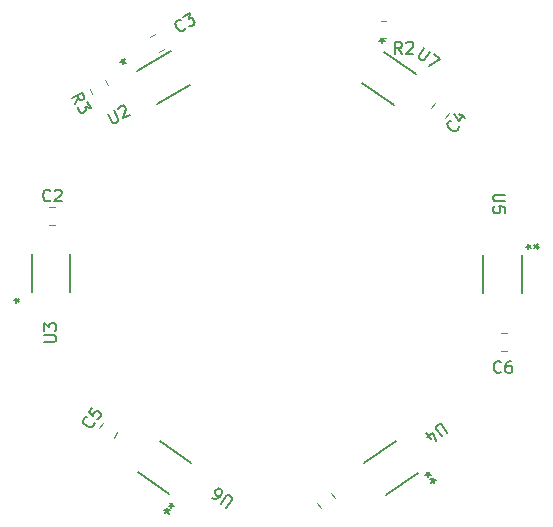
<source format=gbr>
%TF.GenerationSoftware,KiCad,Pcbnew,7.0.10*%
%TF.CreationDate,2024-07-16T17:41:30-07:00*%
%TF.ProjectId,Thermistor Ring,54686572-6d69-4737-946f-722052696e67,rev?*%
%TF.SameCoordinates,Original*%
%TF.FileFunction,Legend,Top*%
%TF.FilePolarity,Positive*%
%FSLAX46Y46*%
G04 Gerber Fmt 4.6, Leading zero omitted, Abs format (unit mm)*
G04 Created by KiCad (PCBNEW 7.0.10) date 2024-07-16 17:41:30*
%MOMM*%
%LPD*%
G01*
G04 APERTURE LIST*
%ADD10C,0.150000*%
%ADD11C,0.152400*%
%ADD12C,0.120000*%
G04 APERTURE END LIST*
D10*
X69461412Y-76808596D02*
X69925736Y-76145473D01*
X69925736Y-76145473D02*
X69941355Y-76040145D01*
X69941355Y-76040145D02*
X69929661Y-75973825D01*
X69929661Y-75973825D02*
X69878960Y-75880192D01*
X69878960Y-75880192D02*
X69722931Y-75770939D01*
X69722931Y-75770939D02*
X69617603Y-75755320D01*
X69617603Y-75755320D02*
X69551283Y-75767014D01*
X69551283Y-75767014D02*
X69457649Y-75817715D01*
X69457649Y-75817715D02*
X68993326Y-76480838D01*
X68252188Y-75961888D02*
X68408217Y-76071141D01*
X68408217Y-76071141D02*
X68513545Y-76086760D01*
X68513545Y-76086760D02*
X68579865Y-76075066D01*
X68579865Y-76075066D02*
X68739819Y-76012670D01*
X68739819Y-76012670D02*
X68888079Y-75883955D01*
X68888079Y-75883955D02*
X69106584Y-75571897D01*
X69106584Y-75571897D02*
X69122203Y-75466569D01*
X69122203Y-75466569D02*
X69110509Y-75400249D01*
X69110509Y-75400249D02*
X69059808Y-75306615D01*
X69059808Y-75306615D02*
X68903779Y-75197362D01*
X68903779Y-75197362D02*
X68798451Y-75181743D01*
X68798451Y-75181743D02*
X68732131Y-75193437D01*
X68732131Y-75193437D02*
X68638497Y-75244139D01*
X68638497Y-75244139D02*
X68501931Y-75439175D01*
X68501931Y-75439175D02*
X68486312Y-75544503D01*
X68486312Y-75544503D02*
X68498006Y-75610823D01*
X68498006Y-75610823D02*
X68548708Y-75704457D01*
X68548708Y-75704457D02*
X68704737Y-75813709D01*
X68704737Y-75813709D02*
X68810064Y-75829328D01*
X68810064Y-75829328D02*
X68876385Y-75817634D01*
X68876385Y-75817634D02*
X68970018Y-75766933D01*
X64933996Y-76400802D02*
X64797430Y-76595838D01*
X64657020Y-76381258D02*
X64797430Y-76595838D01*
X64797430Y-76595838D02*
X65047092Y-76654389D01*
X64571156Y-76669927D02*
X64797430Y-76595838D01*
X64797430Y-76595838D02*
X64805199Y-76833806D01*
X64308589Y-77293973D02*
X64445155Y-77098937D01*
X64585565Y-77313517D02*
X64445155Y-77098937D01*
X64445155Y-77098937D02*
X64195493Y-77040386D01*
X64671429Y-77024848D02*
X64445155Y-77098937D01*
X64445155Y-77098937D02*
X64437386Y-76860969D01*
X65992119Y-36222192D02*
X65974689Y-36287241D01*
X65974689Y-36287241D02*
X65874781Y-36399909D01*
X65874781Y-36399909D02*
X65792302Y-36447528D01*
X65792302Y-36447528D02*
X65644775Y-36477717D01*
X65644775Y-36477717D02*
X65514677Y-36442857D01*
X65514677Y-36442857D02*
X65425819Y-36384188D01*
X65425819Y-36384188D02*
X65289341Y-36243041D01*
X65289341Y-36243041D02*
X65217913Y-36119323D01*
X65217913Y-36119323D02*
X65163914Y-35930556D01*
X65163914Y-35930556D02*
X65157534Y-35824268D01*
X65157534Y-35824268D02*
X65192394Y-35694170D01*
X65192394Y-35694170D02*
X65292302Y-35581502D01*
X65292302Y-35581502D02*
X65374781Y-35533883D01*
X65374781Y-35533883D02*
X65522308Y-35503694D01*
X65522308Y-35503694D02*
X65587357Y-35521124D01*
X65828413Y-35271978D02*
X66364524Y-34962455D01*
X66364524Y-34962455D02*
X66266325Y-35459036D01*
X66266325Y-35459036D02*
X66390043Y-35387607D01*
X66390043Y-35387607D02*
X66496331Y-35381227D01*
X66496331Y-35381227D02*
X66561380Y-35398657D01*
X66561380Y-35398657D02*
X66650238Y-35457326D01*
X66650238Y-35457326D02*
X66769286Y-35663523D01*
X66769286Y-35663523D02*
X66775666Y-35769811D01*
X66775666Y-35769811D02*
X66758236Y-35834860D01*
X66758236Y-35834860D02*
X66699567Y-35923718D01*
X66699567Y-35923718D02*
X66452131Y-36066575D01*
X66452131Y-36066575D02*
X66345843Y-36072955D01*
X66345843Y-36072955D02*
X66280794Y-36055525D01*
X54573024Y-50787850D02*
X54525405Y-50835470D01*
X54525405Y-50835470D02*
X54382548Y-50883089D01*
X54382548Y-50883089D02*
X54287310Y-50883089D01*
X54287310Y-50883089D02*
X54144453Y-50835470D01*
X54144453Y-50835470D02*
X54049215Y-50740231D01*
X54049215Y-50740231D02*
X54001596Y-50644993D01*
X54001596Y-50644993D02*
X53953977Y-50454517D01*
X53953977Y-50454517D02*
X53953977Y-50311660D01*
X53953977Y-50311660D02*
X54001596Y-50121184D01*
X54001596Y-50121184D02*
X54049215Y-50025946D01*
X54049215Y-50025946D02*
X54144453Y-49930708D01*
X54144453Y-49930708D02*
X54287310Y-49883089D01*
X54287310Y-49883089D02*
X54382548Y-49883089D01*
X54382548Y-49883089D02*
X54525405Y-49930708D01*
X54525405Y-49930708D02*
X54573024Y-49978327D01*
X54953977Y-49978327D02*
X55001596Y-49930708D01*
X55001596Y-49930708D02*
X55096834Y-49883089D01*
X55096834Y-49883089D02*
X55334929Y-49883089D01*
X55334929Y-49883089D02*
X55430167Y-49930708D01*
X55430167Y-49930708D02*
X55477786Y-49978327D01*
X55477786Y-49978327D02*
X55525405Y-50073565D01*
X55525405Y-50073565D02*
X55525405Y-50168803D01*
X55525405Y-50168803D02*
X55477786Y-50311660D01*
X55477786Y-50311660D02*
X54906358Y-50883089D01*
X54906358Y-50883089D02*
X55525405Y-50883089D01*
X86238587Y-37891403D02*
X85774263Y-38554526D01*
X85774263Y-38554526D02*
X85758644Y-38659854D01*
X85758644Y-38659854D02*
X85770338Y-38726174D01*
X85770338Y-38726174D02*
X85821039Y-38819807D01*
X85821039Y-38819807D02*
X85977068Y-38929060D01*
X85977068Y-38929060D02*
X86082396Y-38944679D01*
X86082396Y-38944679D02*
X86148716Y-38932985D01*
X86148716Y-38932985D02*
X86242350Y-38882284D01*
X86242350Y-38882284D02*
X86706673Y-38219161D01*
X87018731Y-38437666D02*
X87564833Y-38820050D01*
X87564833Y-38820050D02*
X86640191Y-39393384D01*
X82796460Y-37035333D02*
X82659894Y-37230369D01*
X82519484Y-37015789D02*
X82659894Y-37230369D01*
X82659894Y-37230369D02*
X82909556Y-37288920D01*
X82433620Y-37304458D02*
X82659894Y-37230369D01*
X82659894Y-37230369D02*
X82667663Y-37468337D01*
X82806460Y-37035334D02*
X82669894Y-37230370D01*
X82529484Y-37015790D02*
X82669894Y-37230370D01*
X82669894Y-37230370D02*
X82919556Y-37288921D01*
X82443620Y-37304459D02*
X82669894Y-37230370D01*
X82669894Y-37230370D02*
X82677663Y-37468338D01*
X92708333Y-65309580D02*
X92660714Y-65357200D01*
X92660714Y-65357200D02*
X92517857Y-65404819D01*
X92517857Y-65404819D02*
X92422619Y-65404819D01*
X92422619Y-65404819D02*
X92279762Y-65357200D01*
X92279762Y-65357200D02*
X92184524Y-65261961D01*
X92184524Y-65261961D02*
X92136905Y-65166723D01*
X92136905Y-65166723D02*
X92089286Y-64976247D01*
X92089286Y-64976247D02*
X92089286Y-64833390D01*
X92089286Y-64833390D02*
X92136905Y-64642914D01*
X92136905Y-64642914D02*
X92184524Y-64547676D01*
X92184524Y-64547676D02*
X92279762Y-64452438D01*
X92279762Y-64452438D02*
X92422619Y-64404819D01*
X92422619Y-64404819D02*
X92517857Y-64404819D01*
X92517857Y-64404819D02*
X92660714Y-64452438D01*
X92660714Y-64452438D02*
X92708333Y-64500057D01*
X93565476Y-64404819D02*
X93375000Y-64404819D01*
X93375000Y-64404819D02*
X93279762Y-64452438D01*
X93279762Y-64452438D02*
X93232143Y-64500057D01*
X93232143Y-64500057D02*
X93136905Y-64642914D01*
X93136905Y-64642914D02*
X93089286Y-64833390D01*
X93089286Y-64833390D02*
X93089286Y-65214342D01*
X93089286Y-65214342D02*
X93136905Y-65309580D01*
X93136905Y-65309580D02*
X93184524Y-65357200D01*
X93184524Y-65357200D02*
X93279762Y-65404819D01*
X93279762Y-65404819D02*
X93470238Y-65404819D01*
X93470238Y-65404819D02*
X93565476Y-65357200D01*
X93565476Y-65357200D02*
X93613095Y-65309580D01*
X93613095Y-65309580D02*
X93660714Y-65214342D01*
X93660714Y-65214342D02*
X93660714Y-64976247D01*
X93660714Y-64976247D02*
X93613095Y-64881009D01*
X93613095Y-64881009D02*
X93565476Y-64833390D01*
X93565476Y-64833390D02*
X93470238Y-64785771D01*
X93470238Y-64785771D02*
X93279762Y-64785771D01*
X93279762Y-64785771D02*
X93184524Y-64833390D01*
X93184524Y-64833390D02*
X93136905Y-64881009D01*
X93136905Y-64881009D02*
X93089286Y-64976247D01*
X58296773Y-69620916D02*
X58308467Y-69687236D01*
X58308467Y-69687236D02*
X58265535Y-69831571D01*
X58265535Y-69831571D02*
X58210909Y-69909585D01*
X58210909Y-69909585D02*
X58089962Y-69999294D01*
X58089962Y-69999294D02*
X57957321Y-70022682D01*
X57957321Y-70022682D02*
X57851993Y-70007063D01*
X57851993Y-70007063D02*
X57668651Y-69936818D01*
X57668651Y-69936818D02*
X57551630Y-69854878D01*
X57551630Y-69854878D02*
X57422914Y-69706618D01*
X57422914Y-69706618D02*
X57372213Y-69612985D01*
X57372213Y-69612985D02*
X57348824Y-69480344D01*
X57348824Y-69480344D02*
X57391757Y-69336009D01*
X57391757Y-69336009D02*
X57446383Y-69257994D01*
X57446383Y-69257994D02*
X57567330Y-69168286D01*
X57567330Y-69168286D02*
X57633650Y-69156592D01*
X58074586Y-68360828D02*
X57801454Y-68750900D01*
X57801454Y-68750900D02*
X58164213Y-69063039D01*
X58164213Y-69063039D02*
X58152519Y-68996719D01*
X58152519Y-68996719D02*
X58168138Y-68891391D01*
X58168138Y-68891391D02*
X58304704Y-68696355D01*
X58304704Y-68696355D02*
X58398338Y-68645654D01*
X58398338Y-68645654D02*
X58464658Y-68633960D01*
X58464658Y-68633960D02*
X58569986Y-68649579D01*
X58569986Y-68649579D02*
X58765022Y-68786144D01*
X58765022Y-68786144D02*
X58815723Y-68879778D01*
X58815723Y-68879778D02*
X58827417Y-68946098D01*
X58827417Y-68946098D02*
X58811798Y-69051426D01*
X58811798Y-69051426D02*
X58675232Y-69246462D01*
X58675232Y-69246462D02*
X58581599Y-69297164D01*
X58581599Y-69297164D02*
X58515278Y-69308858D01*
X59417580Y-43458811D02*
X59822342Y-44159880D01*
X59822342Y-44159880D02*
X59911200Y-44218549D01*
X59911200Y-44218549D02*
X59976249Y-44235978D01*
X59976249Y-44235978D02*
X60082537Y-44229599D01*
X60082537Y-44229599D02*
X60247495Y-44134361D01*
X60247495Y-44134361D02*
X60306164Y-44045502D01*
X60306164Y-44045502D02*
X60323593Y-43980453D01*
X60323593Y-43980453D02*
X60317214Y-43874165D01*
X60317214Y-43874165D02*
X59912452Y-43173097D01*
X60331225Y-43041290D02*
X60348654Y-42976241D01*
X60348654Y-42976241D02*
X60407323Y-42887383D01*
X60407323Y-42887383D02*
X60613520Y-42768335D01*
X60613520Y-42768335D02*
X60719808Y-42761955D01*
X60719808Y-42761955D02*
X60784857Y-42779385D01*
X60784857Y-42779385D02*
X60873715Y-42838054D01*
X60873715Y-42838054D02*
X60921334Y-42920533D01*
X60921334Y-42920533D02*
X60951524Y-43068060D01*
X60951524Y-43068060D02*
X60742366Y-43848646D01*
X60742366Y-43848646D02*
X61278477Y-43539122D01*
X60603620Y-38844628D02*
X60722668Y-39050824D01*
X60468852Y-39087393D02*
X60722668Y-39050824D01*
X60722668Y-39050824D02*
X60881245Y-38849298D01*
X60694188Y-39287210D02*
X60722668Y-39050824D01*
X60722668Y-39050824D02*
X60941624Y-39144353D01*
X60603620Y-38844628D02*
X60722668Y-39050824D01*
X60468852Y-39087393D02*
X60722668Y-39050824D01*
X60722668Y-39050824D02*
X60881245Y-38849298D01*
X60694188Y-39287210D02*
X60722668Y-39050824D01*
X60722668Y-39050824D02*
X60941624Y-39144353D01*
X93045180Y-50313095D02*
X92235657Y-50313095D01*
X92235657Y-50313095D02*
X92140419Y-50360714D01*
X92140419Y-50360714D02*
X92092800Y-50408333D01*
X92092800Y-50408333D02*
X92045180Y-50503571D01*
X92045180Y-50503571D02*
X92045180Y-50694047D01*
X92045180Y-50694047D02*
X92092800Y-50789285D01*
X92092800Y-50789285D02*
X92140419Y-50836904D01*
X92140419Y-50836904D02*
X92235657Y-50884523D01*
X92235657Y-50884523D02*
X93045180Y-50884523D01*
X93045180Y-51836904D02*
X93045180Y-51360714D01*
X93045180Y-51360714D02*
X92568990Y-51313095D01*
X92568990Y-51313095D02*
X92616609Y-51360714D01*
X92616609Y-51360714D02*
X92664228Y-51455952D01*
X92664228Y-51455952D02*
X92664228Y-51694047D01*
X92664228Y-51694047D02*
X92616609Y-51789285D01*
X92616609Y-51789285D02*
X92568990Y-51836904D01*
X92568990Y-51836904D02*
X92473752Y-51884523D01*
X92473752Y-51884523D02*
X92235657Y-51884523D01*
X92235657Y-51884523D02*
X92140419Y-51836904D01*
X92140419Y-51836904D02*
X92092800Y-51789285D01*
X92092800Y-51789285D02*
X92045180Y-51694047D01*
X92045180Y-51694047D02*
X92045180Y-51455952D01*
X92045180Y-51455952D02*
X92092800Y-51360714D01*
X92092800Y-51360714D02*
X92140419Y-51313095D01*
X94871227Y-54708326D02*
X95109322Y-54708326D01*
X95014084Y-54946421D02*
X95109322Y-54708326D01*
X95109322Y-54708326D02*
X95014084Y-54470231D01*
X95299798Y-54851183D02*
X95109322Y-54708326D01*
X95109322Y-54708326D02*
X95299798Y-54565469D01*
X95961588Y-54708327D02*
X95723493Y-54708327D01*
X95818731Y-54470232D02*
X95723493Y-54708327D01*
X95723493Y-54708327D02*
X95818731Y-54946422D01*
X95533017Y-54565470D02*
X95723493Y-54708327D01*
X95723493Y-54708327D02*
X95533017Y-54851184D01*
X56674665Y-42659474D02*
X56920391Y-42132703D01*
X56388950Y-42164602D02*
X57254976Y-41664602D01*
X57254976Y-41664602D02*
X57445452Y-41994517D01*
X57445452Y-41994517D02*
X57451832Y-42100805D01*
X57451832Y-42100805D02*
X57434402Y-42165854D01*
X57434402Y-42165854D02*
X57375733Y-42254712D01*
X57375733Y-42254712D02*
X57252015Y-42326141D01*
X57252015Y-42326141D02*
X57145727Y-42332520D01*
X57145727Y-42332520D02*
X57080678Y-42315090D01*
X57080678Y-42315090D02*
X56991820Y-42256421D01*
X56991820Y-42256421D02*
X56801343Y-41926507D01*
X57707357Y-42448149D02*
X58016880Y-42984260D01*
X58016880Y-42984260D02*
X57520299Y-42886061D01*
X57520299Y-42886061D02*
X57591728Y-43009779D01*
X57591728Y-43009779D02*
X57598108Y-43116067D01*
X57598108Y-43116067D02*
X57580678Y-43181116D01*
X57580678Y-43181116D02*
X57522009Y-43269974D01*
X57522009Y-43269974D02*
X57315812Y-43389022D01*
X57315812Y-43389022D02*
X57209524Y-43395402D01*
X57209524Y-43395402D02*
X57144475Y-43377972D01*
X57144475Y-43377972D02*
X57055617Y-43319303D01*
X57055617Y-43319303D02*
X56912760Y-43071867D01*
X56912760Y-43071867D02*
X56906380Y-42965579D01*
X56906380Y-42965579D02*
X56923810Y-42900530D01*
X84333333Y-38379819D02*
X84000000Y-37903628D01*
X83761905Y-38379819D02*
X83761905Y-37379819D01*
X83761905Y-37379819D02*
X84142857Y-37379819D01*
X84142857Y-37379819D02*
X84238095Y-37427438D01*
X84238095Y-37427438D02*
X84285714Y-37475057D01*
X84285714Y-37475057D02*
X84333333Y-37570295D01*
X84333333Y-37570295D02*
X84333333Y-37713152D01*
X84333333Y-37713152D02*
X84285714Y-37808390D01*
X84285714Y-37808390D02*
X84238095Y-37856009D01*
X84238095Y-37856009D02*
X84142857Y-37903628D01*
X84142857Y-37903628D02*
X83761905Y-37903628D01*
X84714286Y-37475057D02*
X84761905Y-37427438D01*
X84761905Y-37427438D02*
X84857143Y-37379819D01*
X84857143Y-37379819D02*
X85095238Y-37379819D01*
X85095238Y-37379819D02*
X85190476Y-37427438D01*
X85190476Y-37427438D02*
X85238095Y-37475057D01*
X85238095Y-37475057D02*
X85285714Y-37570295D01*
X85285714Y-37570295D02*
X85285714Y-37665533D01*
X85285714Y-37665533D02*
X85238095Y-37808390D01*
X85238095Y-37808390D02*
X84666667Y-38379819D01*
X84666667Y-38379819D02*
X85285714Y-38379819D01*
X89124160Y-44511076D02*
X89135854Y-44577396D01*
X89135854Y-44577396D02*
X89092922Y-44721731D01*
X89092922Y-44721731D02*
X89038296Y-44799745D01*
X89038296Y-44799745D02*
X88917349Y-44889454D01*
X88917349Y-44889454D02*
X88784708Y-44912842D01*
X88784708Y-44912842D02*
X88679380Y-44897223D01*
X88679380Y-44897223D02*
X88496038Y-44826978D01*
X88496038Y-44826978D02*
X88379017Y-44745038D01*
X88379017Y-44745038D02*
X88250301Y-44596778D01*
X88250301Y-44596778D02*
X88199600Y-44503145D01*
X88199600Y-44503145D02*
X88176211Y-44370504D01*
X88176211Y-44370504D02*
X88219144Y-44226169D01*
X88219144Y-44226169D02*
X88273770Y-44148154D01*
X88273770Y-44148154D02*
X88394717Y-44058446D01*
X88394717Y-44058446D02*
X88461037Y-44046752D01*
X89147710Y-43481187D02*
X89693812Y-43863572D01*
X88699086Y-43457718D02*
X89147629Y-44062452D01*
X89147629Y-44062452D02*
X89502700Y-43555358D01*
X54054819Y-62786904D02*
X54864342Y-62786904D01*
X54864342Y-62786904D02*
X54959580Y-62739285D01*
X54959580Y-62739285D02*
X55007200Y-62691666D01*
X55007200Y-62691666D02*
X55054819Y-62596428D01*
X55054819Y-62596428D02*
X55054819Y-62405952D01*
X55054819Y-62405952D02*
X55007200Y-62310714D01*
X55007200Y-62310714D02*
X54959580Y-62263095D01*
X54959580Y-62263095D02*
X54864342Y-62215476D01*
X54864342Y-62215476D02*
X54054819Y-62215476D01*
X54054819Y-61834523D02*
X54054819Y-61215476D01*
X54054819Y-61215476D02*
X54435771Y-61548809D01*
X54435771Y-61548809D02*
X54435771Y-61405952D01*
X54435771Y-61405952D02*
X54483390Y-61310714D01*
X54483390Y-61310714D02*
X54531009Y-61263095D01*
X54531009Y-61263095D02*
X54626247Y-61215476D01*
X54626247Y-61215476D02*
X54864342Y-61215476D01*
X54864342Y-61215476D02*
X54959580Y-61263095D01*
X54959580Y-61263095D02*
X55007200Y-61310714D01*
X55007200Y-61310714D02*
X55054819Y-61405952D01*
X55054819Y-61405952D02*
X55054819Y-61691666D01*
X55054819Y-61691666D02*
X55007200Y-61786904D01*
X55007200Y-61786904D02*
X54959580Y-61834523D01*
X51493813Y-59258941D02*
X51731908Y-59258941D01*
X51636670Y-59497036D02*
X51731908Y-59258941D01*
X51731908Y-59258941D02*
X51636670Y-59020846D01*
X51922384Y-59401798D02*
X51731908Y-59258941D01*
X51731908Y-59258941D02*
X51922384Y-59116084D01*
X51493813Y-59258941D02*
X51731908Y-59258941D01*
X51636670Y-59497036D02*
X51731908Y-59258941D01*
X51731908Y-59258941D02*
X51636670Y-59020846D01*
X51922384Y-59401798D02*
X51731908Y-59258941D01*
X51731908Y-59258941D02*
X51922384Y-59116084D01*
X88186818Y-70459575D02*
X87722495Y-69796452D01*
X87722495Y-69796452D02*
X87628861Y-69745751D01*
X87628861Y-69745751D02*
X87562541Y-69734056D01*
X87562541Y-69734056D02*
X87457213Y-69749676D01*
X87457213Y-69749676D02*
X87301184Y-69858928D01*
X87301184Y-69858928D02*
X87250483Y-69952562D01*
X87250483Y-69952562D02*
X87238789Y-70018882D01*
X87238789Y-70018882D02*
X87254408Y-70124210D01*
X87254408Y-70124210D02*
X87718731Y-70787333D01*
X86786402Y-71033232D02*
X86404017Y-70487131D01*
X87199943Y-71208724D02*
X86985282Y-70487050D01*
X86985282Y-70487050D02*
X86478188Y-70842121D01*
X86439756Y-73802658D02*
X86576322Y-73997694D01*
X86326659Y-74056246D02*
X86576322Y-73997694D01*
X86576322Y-73997694D02*
X86716732Y-73783114D01*
X86568553Y-74235663D02*
X86576322Y-73997694D01*
X86576322Y-73997694D02*
X86802596Y-74071784D01*
X87065161Y-74695831D02*
X86928595Y-74500795D01*
X87178258Y-74442243D02*
X86928595Y-74500795D01*
X86928595Y-74500795D02*
X86788185Y-74715375D01*
X86936364Y-74262826D02*
X86928595Y-74500795D01*
X86928595Y-74500795D02*
X86702321Y-74426705D01*
D11*
%TO.C,U6*%
X66479401Y-73020220D02*
X63816174Y-71155409D01*
X61951363Y-73818636D02*
X64614590Y-75683447D01*
D12*
%TO.C,C1*%
X77443926Y-76817514D02*
X77144230Y-76389504D01*
X78648080Y-75974356D02*
X78348384Y-75546346D01*
%TO.C,C3*%
X64180509Y-37988878D02*
X63728007Y-38250130D01*
X63445509Y-36715820D02*
X62993007Y-36977072D01*
%TO.C,C2*%
X54478439Y-51373270D02*
X55000943Y-51373270D01*
X54478439Y-52843270D02*
X55000943Y-52843270D01*
D11*
%TO.C,U7*%
X80975975Y-40893491D02*
X83639202Y-42758302D01*
X85504013Y-40095075D02*
X82840786Y-38230264D01*
D12*
%TO.C,C6*%
X93215678Y-63527212D02*
X92693174Y-63527212D01*
X93215678Y-62057212D02*
X92693174Y-62057212D01*
%TO.C,C5*%
X58722068Y-70034178D02*
X59021764Y-69606168D01*
X59926222Y-70877336D02*
X60225918Y-70449326D01*
D11*
%TO.C,U2*%
X63559533Y-42618219D02*
X66375155Y-40992619D01*
X64749555Y-38176997D02*
X61933933Y-39802597D01*
%TO.C,U5*%
X91215608Y-55381427D02*
X91215608Y-58632627D01*
X94466808Y-58632627D02*
X94466808Y-55381427D01*
D12*
%TO.C,R3*%
X59178271Y-40636208D02*
X59405335Y-41029494D01*
X57905213Y-41371208D02*
X58132277Y-41764494D01*
%TO.C,R2*%
X82985717Y-35621930D02*
X82531589Y-35621930D01*
X82985717Y-37091930D02*
X82531589Y-37091930D01*
%TO.C,C4*%
X88300955Y-43412270D02*
X88001259Y-43840280D01*
X87096801Y-42569112D02*
X86797105Y-42997122D01*
D11*
%TO.C,U3*%
X52988594Y-55334642D02*
X52988594Y-58585842D01*
X56239794Y-58585842D02*
X56239794Y-55334642D01*
%TO.C,U4*%
X83791608Y-71194226D02*
X81128381Y-73059037D01*
X82993192Y-75722264D02*
X85656419Y-73857453D01*
%TD*%
M02*

</source>
